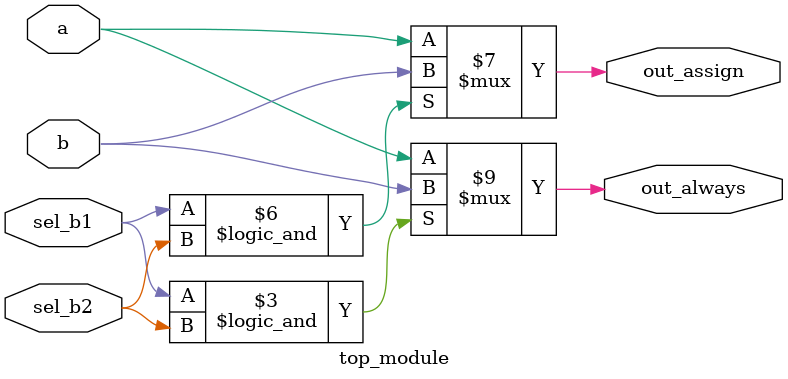
<source format=v>
/*
//Question:
Build a 2-to-1 mux that chooses between a and b. Choose b if
 both sel_b1 and sel_b2 are true. Otherwise, choose a. Do the
 same twice, once using assign statements and once using a 
 procedural if statement.
sel_b1	sel_b2	out_assign
				out_always
0			0		a
0			1		a
1			0		a
1			1		b
*/

//solution

// synthesis verilog_input_version verilog_2001
module top_module(
    input a,
    input b,
    input sel_b1,
    input sel_b2, 
    output wire out_assign,
    output reg out_always   ); 
	
    
    //solution
    always @(*) begin 
        if (sel_b1 && sel_b2 == 1'b1) begin 
            out_always <= b ;
        end
        else 
            out_always <= a; 
    end
    //EQUIVALENT COMBINATIONAL BLOcK 
    assign out_assign= (sel_b1==1'b1 && sel_b2==1'b1)? b:a;  
endmodule

</source>
